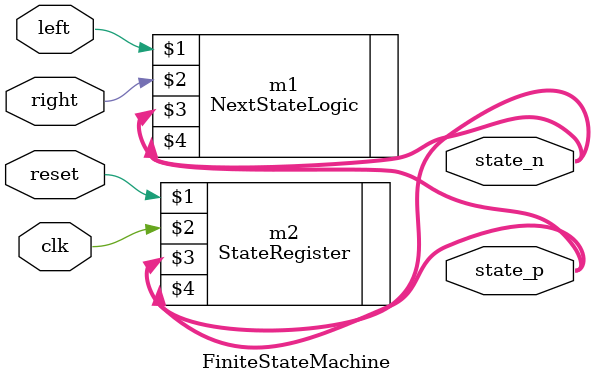
<source format=v>
`timescale 1ns / 1ps


module FiniteStateMachine(
    input clk,
    input left,
    input right,
    input reset,
    
    output [2:0] state_p,
    output [2:0] state_n
    );
    
    wire clk_en;
    
//    clk_div clkDiv (clk,reset,clk_en);
    
//    wire [2:0] state_n, state_p;
    
    NextStateLogic m1 (left,right,state_p,state_n);
    
    StateRegister m2 (reset,clk,state_n,state_p);
    
    //OutputLogic m3 (state_p,ledLeft,ledRight);
    
    
endmodule

</source>
